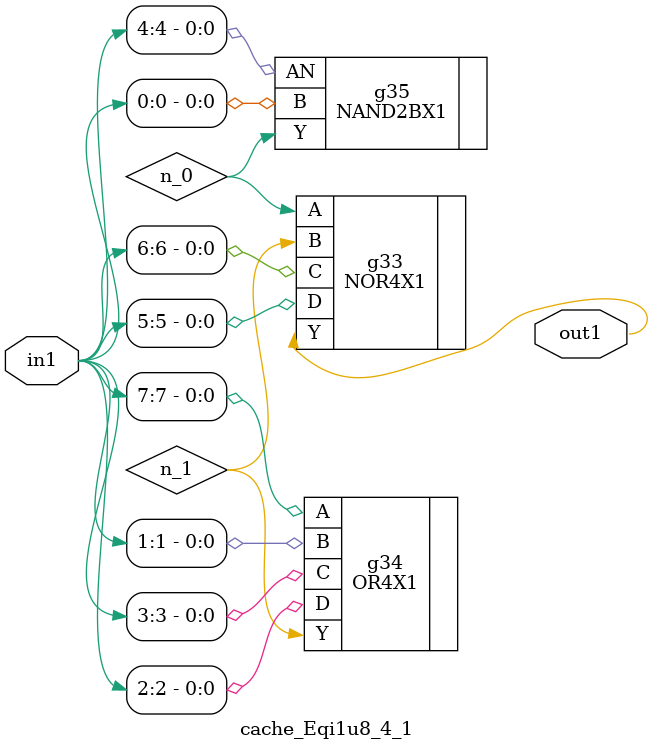
<source format=v>
`timescale 1ps / 1ps


module cache_Eqi1u8_4_1(in1, out1);
  input [7:0] in1;
  output out1;
  wire [7:0] in1;
  wire out1;
  wire n_0, n_1;
  NOR4X1 g33(.A (n_0), .B (n_1), .C (in1[6]), .D (in1[5]), .Y (out1));
  OR4X1 g34(.A (in1[7]), .B (in1[1]), .C (in1[3]), .D (in1[2]), .Y
       (n_1));
  NAND2BX1 g35(.AN (in1[4]), .B (in1[0]), .Y (n_0));
endmodule



</source>
